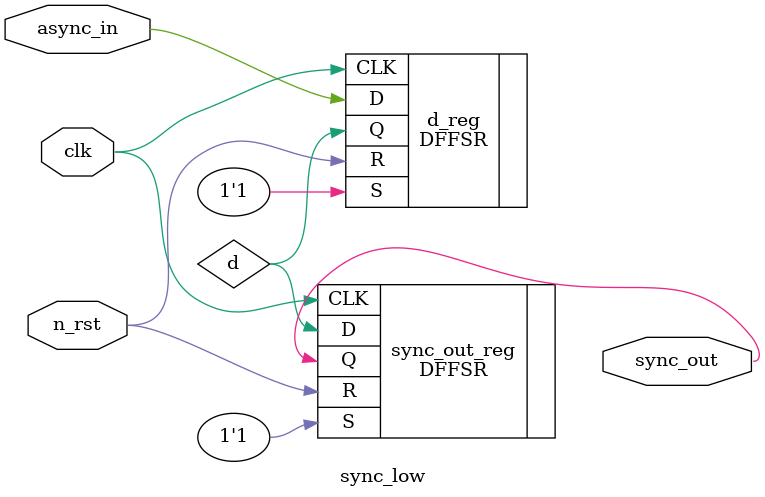
<source format=v>


module sync_low ( clk, n_rst, async_in, sync_out );
  input clk, n_rst, async_in;
  output sync_out;
  wire   d;

  DFFSR d_reg ( .D(async_in), .CLK(clk), .R(n_rst), .S(1'b1), .Q(d) );
  DFFSR sync_out_reg ( .D(d), .CLK(clk), .R(n_rst), .S(1'b1), .Q(sync_out) );
endmodule


</source>
